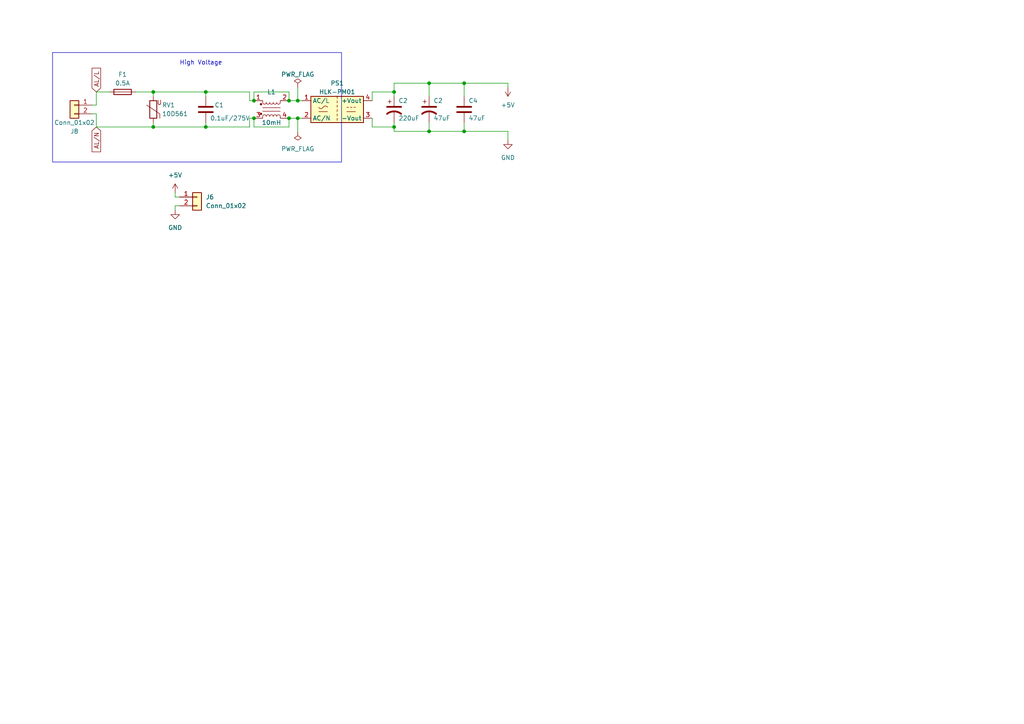
<source format=kicad_sch>
(kicad_sch (version 20230121) (generator eeschema)
  (paper "A4")
  (title_block (title "AC to DC"))
  (lib_symbols
    (symbol "Connector_Generic:Conn_01x02" (pin_names (offset 1.016) hide)
      (property "Reference" "J" (at 0 2.54 0))
      (property "Value" "Conn_01x02" (at 0 -5.08 0))
      (symbol "Conn_01x02_1_1"
        (rectangle (start -1.27 -2.413) (end 0 -2.667) (stroke (width 0.1524)))
        (rectangle (start -1.27 0.127) (end 0 -0.127) (stroke (width 0.1524)))
        (rectangle (start -1.27 1.27) (end 1.27 -3.81) (stroke (width 0.254)) (fill (type background)))
        (pin passive line (at -5.08 0 0) (length 3.81) (name "Pin_1") (number "1"))
        (pin passive line (at -5.08 -2.54 0) (length 3.81) (name "Pin_2") (number "2"))
      )
    )
    (symbol "Device:C" (pin_numbers hide) (pin_names (offset 0.254))
      (property "Reference" "C" (at 0.635 2.54 0))
      (property "Value" "C" (at 0.635 -2.54 0))
      (symbol "C_0_1"
        (polyline (pts (xy -2.032 -0.762) (xy 2.032 -0.762)) (stroke (width 0.508)))
        (polyline (pts (xy -2.032 0.762) (xy 2.032 0.762)) (stroke (width 0.508)))
      )
      (symbol "C_1_1"
        (pin passive line (at 0 3.81 270) (length 2.794) (name "~") (number "1"))
        (pin passive line (at 0 -3.81 90) (length 2.794) (name "~") (number "2"))
      )
    )
    (symbol "Device:C_Polarized_US" (pin_numbers hide) (pin_names (offset 0.254) hide)
      (property "Reference" "C" (at 0.635 2.54 0))
      (property "Value" "C_Polarized_US" (at 0.635 -2.54 0))
      (symbol "C_Polarized_US_0_1"
        (polyline (pts (xy -2.032 0.762) (xy 2.032 0.762)) (stroke (width 0.508)))
        (polyline (pts (xy -1.778 2.286) (xy -0.762 2.286)))
        (polyline (pts (xy -1.27 1.778) (xy -1.27 2.794)))
        (arc (start 2.032 -1.27) (mid 0 -0.5572) (end -2.032 -1.27) (stroke (width 0.508)))
      )
      (symbol "C_Polarized_US_1_1"
        (pin passive line (at 0 3.81 270) (length 2.794) (name "~") (number "1"))
        (pin passive line (at 0 -3.81 90) (length 3.302) (name "~") (number "2"))
      )
    )
    (symbol "Device:Fuse" (pin_numbers hide) (pin_names (offset 0))
      (property "Reference" "F" (at 2.032 0 90))
      (property "Value" "Fuse" (at -1.905 0 90))
      (symbol "Fuse_0_1"
        (rectangle (start -0.762 -2.54) (end 0.762 2.54) (stroke (width 0.254)))
        (polyline (pts (xy 0 2.54) (xy 0 -2.54)))
      )
      (symbol "Fuse_1_1"
        (pin passive line (at 0 3.81 270) (length 1.27) (name "~") (number "1"))
        (pin passive line (at 0 -3.81 90) (length 1.27) (name "~") (number "2"))
      )
    )
    (symbol "Device:L_Iron_Coupled" (pin_names (offset 0.254) hide)
      (property "Reference" "L" (at 0 4.445 0))
      (property "Value" "L_Iron_Coupled" (at 0 -4.445 0))
      (symbol "L_Iron_Coupled_0_1"
        (circle (center -3.048 -1.27) (radius 0.254) (fill (type outline)))
        (circle (center -3.048 1.524) (radius 0.254) (fill (type outline)))
        (arc (start -2.54 2.032) (mid -2.032 1.5262) (end -1.524 2.032))
        (arc (start -1.524 -2.032) (mid -2.032 -1.5262) (end -2.54 -2.032))
        (arc (start -1.524 2.032) (mid -1.016 1.5262) (end -0.508 2.032))
        (arc (start -0.508 -2.032) (mid -1.016 -1.5262) (end -1.524 -2.032))
        (arc (start -0.508 2.032) (mid 0 1.5262) (end 0.508 2.032))
        (polyline (pts (xy -2.54 -2.032) (xy -2.54 -2.54)))
        (polyline (pts (xy -2.54 0.508) (xy 2.54 0.508)))
        (polyline (pts (xy -2.54 2.032) (xy -2.54 2.54)))
        (polyline (pts (xy 2.54 -2.032) (xy 2.54 -2.54)))
        (polyline (pts (xy 2.54 -0.508) (xy -2.54 -0.508)))
        (polyline (pts (xy 2.54 2.54) (xy 2.54 2.032)))
        (arc (start 0.508 -2.032) (mid 0 -1.5262) (end -0.508 -2.032))
        (arc (start 0.508 2.032) (mid 1.016 1.5262) (end 1.524 2.032))
        (arc (start 1.524 -2.032) (mid 1.016 -1.5262) (end 0.508 -2.032))
        (arc (start 1.524 2.032) (mid 2.032 1.5262) (end 2.54 2.032))
        (arc (start 2.54 -2.032) (mid 2.032 -1.5262) (end 1.524 -2.032))
      )
      (symbol "L_Iron_Coupled_1_1"
        (pin passive line (at -5.08 2.54 0) (length 2.54) (name "1") (number "1"))
        (pin passive line (at 5.08 2.54 180) (length 2.54) (name "2") (number "2"))
        (pin passive line (at -5.08 -2.54 0) (length 2.54) (name "3") (number "3"))
        (pin passive line (at 5.08 -2.54 180) (length 2.54) (name "4") (number "4"))
      )
    )
    (symbol "Device:Varistor" (pin_numbers hide) (pin_names (offset 0))
      (property "Reference" "RV" (at 3.175 0 90))
      (property "Value" "Varistor" (at -3.175 0 90))
      (symbol "Varistor_0_0"
        (text "U" (at -1.778 -2.032 0) (effects (font (size 1.27 1.27))))
      )
      (symbol "Varistor_0_1"
        (rectangle (start -1.016 -2.54) (end 1.016 2.54) (stroke (width 0.254)))
        (polyline (pts (xy -1.905 2.54) (xy -1.905 1.27) (xy 1.905 -1.27)))
      )
      (symbol "Varistor_1_1"
        (pin passive line (at 0 3.81 270) (length 1.27) (name "~") (number "1"))
        (pin passive line (at 0 -3.81 90) (length 1.27) (name "~") (number "2"))
      )
    )
    (symbol "ProjectLibrary:HLK-10Mxx"
      (property "Reference" "PS" (at 0 5.08 0))
      (property "Value" "HLK-PM01" (at 0 -5.08 0))
      (symbol "HLK-10Mxx_0_1"
        (rectangle (start -7.62 3.81) (end 7.62 -3.81) (stroke (width 0.254)) (fill (type background)))
        (arc (start -5.334 0.635) (mid -4.699 0.2495) (end -4.064 0.635))
        (arc (start -2.794 0.635) (mid -3.429 1.0072) (end -4.064 0.635))
        (polyline (pts (xy -5.334 -0.635) (xy -2.794 -0.635)))
        (polyline (pts (xy 0 -2.54) (xy 0 -3.175)))
        (polyline (pts (xy 0 -1.27) (xy 0 -1.905)))
        (polyline (pts (xy 0 0) (xy 0 -0.635)))
        (polyline (pts (xy 0 1.27) (xy 0 0.635)))
        (polyline (pts (xy 0 2.54) (xy 0 1.905)))
        (polyline (pts (xy 0 3.81) (xy 0 3.175)))
        (polyline (pts (xy 2.794 -0.635) (xy 5.334 -0.635)))
        (polyline (pts (xy 2.794 0.635) (xy 3.302 0.635)))
        (polyline (pts (xy 3.81 0.635) (xy 4.318 0.635)))
        (polyline (pts (xy 4.826 0.635) (xy 5.334 0.635)))
      )
      (symbol "HLK-10Mxx_1_1"
        (pin power_in line (at -10.16 2.54 0) (length 2.54) (name "AC/L") (number "1"))
        (pin power_in line (at -10.16 -2.54 0) (length 2.54) (name "AC/N") (number "2"))
        (pin power_out line (at 10.16 -2.54 180) (length 2.54) (name "-Vout") (number "3"))
        (pin power_out line (at 10.16 2.54 180) (length 2.54) (name "+Vout") (number "4"))
      )
    )
    (symbol "power:+5V" (power) (pin_names (offset 0))
      (property "Value" "+5V" (at 0 3.556 0))
      (symbol "+5V_0_1"
        (polyline (pts (xy -0.762 1.27) (xy 0 2.54)))
        (polyline (pts (xy 0 0) (xy 0 2.54)))
        (polyline (pts (xy 0 2.54) (xy 0.762 1.27)))
      )
      (symbol "+5V_1_1"
        (pin power_in line (at 0 0 90) (length 0) hide (name "+5V") (number "1"))
      )
    )
    (symbol "power:GND" (power) (pin_names (offset 0))
      (property "Value" "GND" (at 0 -3.81 0))
      (symbol "GND_0_1"
        (polyline (pts (xy 0 0) (xy 0 -1.27) (xy 1.27 -1.27) (xy 0 -2.54) (xy -1.27 -1.27) (xy 0 -1.27)))
      )
      (symbol "GND_1_1"
        (pin power_in line (at 0 0 270) (length 0) hide (name "GND") (number "1"))
      )
    )
    (symbol "power:PWR_FLAG" (power) (pin_numbers hide) (pin_names (offset 0) hide)
      (property "Value" "PWR_FLAG" (at 0 3.81 0))
      (symbol "PWR_FLAG_0_0"
        (pin power_out line (at 0 0 90) (length 0) (name "pwr") (number "1"))
      )
      (symbol "PWR_FLAG_0_1"
        (polyline (pts (xy 0 0) (xy 0 1.27) (xy -1.016 1.905) (xy 0 2.54) (xy 1.016 1.905) (xy 0 1.27)))
      )
    )
  )
  (junction (at 114.3 36.83))
  (junction (at 86.36 34.29))
  (junction (at 73.66 34.29))
  (junction (at 134.62 38.1))
  (junction (at 86.36 29.21))
  (junction (at 83.82 34.29))
  (junction (at 44.45 36.83))
  (junction (at 73.66 29.21))
  (junction (at 59.69 36.83))
  (junction (at 83.82 29.21))
  (junction (at 44.45 26.67))
  (junction (at 134.62 24.13))
  (junction (at 124.46 38.1))
  (junction (at 59.69 26.67))
  (junction (at 124.46 24.13))
  (junction (at 114.3 26.67))
  (wire (pts (xy 83.82 34.29) (xy 83.82 36.83)))
  (wire (pts (xy 114.3 35.56) (xy 114.3 36.83)))
  (wire (pts (xy 134.62 38.1) (xy 124.46 38.1)))
  (wire (pts (xy 72.39 26.67) (xy 59.69 26.67)))
  (wire (pts (xy 27.94 36.83) (xy 27.94 33.02)))
  (wire (pts (xy 73.66 36.83) (xy 83.82 36.83)))
  (wire (pts (xy 27.94 26.67) (xy 31.75 26.67)))
  (wire (pts (xy 147.32 25.4) (xy 147.32 24.13)))
  (wire (pts (xy 107.95 36.83) (xy 107.95 34.29)))
  (wire (pts (xy 73.66 29.21) (xy 73.66 26.67)))
  (wire (pts (xy 72.39 36.83) (xy 59.69 36.83)))
  (wire (pts (xy 107.95 26.67) (xy 107.95 29.21)))
  (wire (pts (xy 59.69 27.94) (xy 59.69 26.67)))
  (wire (pts (xy 50.8 55.88) (xy 50.8 57.15)))
  (wire (pts (xy 73.66 26.67) (xy 83.82 26.67)))
  (wire (pts (xy 86.36 38.1) (xy 86.36 34.29)))
  (wire (pts (xy 86.36 34.29) (xy 87.63 34.29)))
  (wire (pts (xy 27.94 30.48) (xy 26.67 30.48)))
  (wire (pts (xy 44.45 36.83) (xy 59.69 36.83)))
  (wire (pts (xy 114.3 38.1) (xy 114.3 36.83)))
  (wire (pts (xy 73.66 34.29) (xy 73.66 36.83)))
  (wire (pts (xy 50.8 57.15) (xy 52.07 57.15)))
  (wire (pts (xy 147.32 38.1) (xy 134.62 38.1)))
  (wire (pts (xy 124.46 35.56) (xy 124.46 38.1)))
  (wire (pts (xy 114.3 24.13) (xy 114.3 26.67)))
  (wire (pts (xy 83.82 26.67) (xy 83.82 29.21)))
  (wire (pts (xy 72.39 29.21) (xy 73.66 29.21)))
  (wire (pts (xy 72.39 34.29) (xy 73.66 34.29)))
  (wire (pts (xy 59.69 35.56) (xy 59.69 36.83)))
  (wire (pts (xy 124.46 24.13) (xy 114.3 24.13)))
  (wire (pts (xy 44.45 35.56) (xy 44.45 36.83)))
  (wire (pts (xy 134.62 24.13) (xy 134.62 27.94)))
  (wire (pts (xy 114.3 27.94) (xy 114.3 26.67)))
  (wire (pts (xy 72.39 26.67) (xy 72.39 29.21)))
  (wire (pts (xy 134.62 35.56) (xy 134.62 38.1)))
  (wire (pts (xy 86.36 29.21) (xy 87.63 29.21)))
  (wire (pts (xy 134.62 24.13) (xy 124.46 24.13)))
  (wire (pts (xy 50.8 59.69) (xy 52.07 59.69)))
  (wire (pts (xy 114.3 26.67) (xy 107.95 26.67)))
  (wire (pts (xy 26.67 33.02) (xy 27.94 33.02)))
  (wire (pts (xy 147.32 40.64) (xy 147.32 38.1)))
  (wire (pts (xy 44.45 36.83) (xy 27.94 36.83)))
  (wire (pts (xy 114.3 36.83) (xy 107.95 36.83)))
  (wire (pts (xy 124.46 24.13) (xy 124.46 27.94)))
  (wire (pts (xy 147.32 24.13) (xy 134.62 24.13)))
  (wire (pts (xy 44.45 26.67) (xy 44.45 27.94)))
  (wire (pts (xy 83.82 34.29) (xy 86.36 34.29)))
  (wire (pts (xy 27.94 26.67) (xy 27.94 30.48)))
  (wire (pts (xy 86.36 25.4) (xy 86.36 29.21)))
  (wire (pts (xy 83.82 29.21) (xy 86.36 29.21)))
  (wire (pts (xy 72.39 34.29) (xy 72.39 36.83)))
  (wire (pts (xy 50.8 60.96) (xy 50.8 59.69)))
  (wire (pts (xy 39.37 26.67) (xy 44.45 26.67)))
  (wire (pts (xy 44.45 26.67) (xy 59.69 26.67)))
  (wire (pts (xy 124.46 38.1) (xy 114.3 38.1)))
  (rectangle (start 15.24 15.24) (end 99.06 46.99))
  (text "High Voltage" (at 52.07 19.05 0) (effects (font (size 1.27 1.27)) (justify left bottom)))
  (global_label "AL{slash}N" (shape input) (at 27.94 36.83 270) (property "Intersheetrefs" "${INTERSHEET_REFS}" (effects hide)))
  (global_label "AL{slash}L" (shape input) (at 27.94 26.67 90) (property "Intersheetrefs" "${INTERSHEET_REFS}" (effects hide)))
  (symbol (lib_id "power:GND") (at 50.8 60.96 0) (unit 1)
    (property "Reference" "#PWR0103" (effects hide))
    (property "Value" "GND" (at 50.8 66.04 0))
    (instances (project "AquariumController" (path "" (reference "#PWR0103") (unit 1)) (path "" (reference "#PWR017") (unit 1))) (project "XIAO-ESP32C3-aquarium-controller" (path "" (reference "#PWR039") (unit 1))))
  )
  (symbol (lib_id "Connector_Generic:Conn_01x02") (at 57.15 57.15 0) (unit 1) (in_bom no)
    (property "Reference" "J6" (at 59.69 57.15 0) (effects (justify left)))
    (property "Value" "Conn_01x02" (at 59.69 59.69 0) (effects (justify left)))
    (property "Footprint" "Connector_PinHeader_2.54mm:PinHeader_1x02_P2.54mm_Vertical" (effects hide))
  )
  (symbol (lib_id "Device:Varistor") (at 44.45 31.75 180) (unit 1) (in_bom no)
    (property "Reference" "RV1" (at 46.99 30.48 0) (effects (justify right)))
    (property "Value" "10D561" (at 46.99 33.02 0) (effects (justify right)))
    (property "Footprint" "Varistor:RV_Disc_D12mm_W3.9mm_P7.5mm" (effects hide))
    (property "Sim.Name" "kicad_builtin_varistor" (effects hide))
    (property "Sim.Device" "SUBCKT" (effects hide))
    (property "Sim.Pins" "1=A 2=B" (effects hide))
    (property "Sim.Params" "threshold=1k" (effects hide))
    (property "Sim.Library" "${KICAD7_SYMBOL_DIR}/Simulation_SPICE.sp" (effects hide))
  )
  (symbol (lib_id "power:+5V") (at 50.8 55.88 0) (unit 1)
    (property "Reference" "#PWR0102" (effects hide))
    (property "Value" "+5V" (at 50.8 50.8 0))
    (instances (project "AquariumController" (path "" (reference "#PWR0102") (unit 1)) (path "" (reference "#PWR016") (unit 1))) (project "XIAO-ESP32C3-aquarium-controller" (path "" (reference "#PWR040") (unit 1))))
  )
  (symbol (lib_id "Device:Fuse") (at 35.56 26.67 90) (unit 1) (in_bom no)
    (property "Reference" "F1" (at 35.56 21.59 90))
    (property "Value" "0.5A" (at 35.56 24.13 90))
    (property "Footprint" "ProjectLibrary:Fuse" (effects hide))
  )
  (symbol (lib_id "Device:L_Iron_Coupled") (at 78.74 31.75 0) (unit 1) (in_bom no) (on_board no)
    (property "Reference" "L1" (at 78.74 26.67 0))
    (property "Value" "10mH" (at 78.74 35.56 0))
    (property "Footprint" "ProjectLibrary:Inductor Common Choke UU9.8 7X8MM" (effects hide))
    (property "Sim.Enable" "0" (effects hide))
  )
  (symbol (lib_id "ProjectLibrary:HLK-10Mxx") (at 97.79 31.75 0) (unit 1) (in_bom no)
    (property "Reference" "PS1" (at 97.79 24.13 0))
    (property "Value" "HLK-PM01" (at 97.79 26.67 0))
    (property "Footprint" "ProjectLibrary:Converter_ACDC_HiLink_HLK-10Mxx" (effects hide))
    (property "Datasheet" "http://www.hlktech.net/product_detail.php?ProId=54" (effects hide))
  )
  (symbol (lib_id "Connector_Generic:Conn_01x02") (at 21.59 30.48 0) (mirror y) (unit 1) (in_bom no)
    (property "Reference" "J8" (at 21.59 38.1 0))
    (property "Value" "Conn_01x02" (at 21.59 35.56 0))
    (property "Footprint" "TerminalBlock_Phoenix:TerminalBlock_Phoenix_MKDS-1,5-2-5.08_1x02_P5.08mm_Horizontal" (effects hide))
    (instances (project "AquariumController" (path "" (reference "J8") (unit 1))) (project "XIAO-ESP32C3-aquarium-controller" (path "" (reference "J1") (unit 1))))
  )
  (symbol (lib_id "Device:C_Polarized_US") (at 114.3 31.75 0) (unit 1) (in_bom no)
    (property "Reference" "C2" (at 115.57 29.21 0) (effects (justify left)))
    (property "Value" "220uF" (at 115.57 34.29 0) (effects (justify left)))
    (property "Footprint" "Capacitor_THT:CP_Radial_D6.3mm_P2.50mm" (effects hide))
  )
  (symbol (lib_id "power:PWR_FLAG") (at 86.36 38.1 180) (unit 1)
    (property "Reference" "#FLG0101" (effects hide))
    (property "Value" "PWR_FLAG" (at 86.36 43.18 0))
    (instances (project "AquariumController" (path "" (reference "#FLG0101") (unit 1)) (path "" (reference "#FLG05") (unit 1))) (project "XIAO-ESP32C3-aquarium-controller" (path "" (reference "#FLG02") (unit 1))))
  )
  (symbol (lib_id "power:PWR_FLAG") (at 86.36 25.4 0) (unit 1)
    (property "Reference" "#FLG0101" (effects hide))
    (property "Value" "PWR_FLAG" (at 86.36 21.59 0))
    (instances (project "AquariumController" (path "" (reference "#FLG0101") (unit 1)) (path "" (reference "#FLG04") (unit 1))) (project "XIAO-ESP32C3-aquarium-controller" (path "" (reference "#FLG01") (unit 1))))
  )
  (symbol (lib_id "power:GND") (at 147.32 40.64 0) (unit 1)
    (property "Reference" "#PWR0103" (effects hide))
    (property "Value" "GND" (at 147.32 45.72 0))
    (instances (project "AquariumController" (path "" (reference "#PWR0103") (unit 1)) (path "" (reference "#PWR017") (unit 1))) (project "XIAO-ESP32C3-aquarium-controller" (path "" (reference "#PWR02") (unit 1))))
  )
  (symbol (lib_id "Device:C_Polarized_US") (at 124.46 31.75 0) (unit 1)
    (property "Reference" "C2" (at 125.73 29.21 0) (effects (justify left)))
    (property "Value" "47uF" (at 125.73 34.29 0) (effects (justify left)))
    (property "Footprint" "Capacitor_SMD:C_1206_3216Metric" (effects hide))
    (property "JLCPCB Part #" "C96123" (effects hide))
    (instances (project "AquariumController" (path "" (reference "C2") (unit 1))) (project "XIAO-ESP32C3-aquarium-controller" (path "" (reference "C3") (unit 1))))
  )
  (symbol (lib_id "power:+5V") (at 147.32 25.4 180) (unit 1)
    (property "Reference" "#PWR0102" (effects hide))
    (property "Value" "+5V" (at 147.32 30.48 0))
    (instances (project "AquariumController" (path "" (reference "#PWR0102") (unit 1)) (path "" (reference "#PWR016") (unit 1))) (project "XIAO-ESP32C3-aquarium-controller" (path "" (reference "#PWR01") (unit 1))))
  )
  (symbol (lib_id "Device:C") (at 134.62 31.75 0) (unit 1)
    (property "Reference" "C4" (at 135.89 29.21 0) (effects (justify left)))
    (property "Value" "47uF" (at 135.89 34.29 0) (effects (justify left)))
    (property "Footprint" "Capacitor_SMD:C_1206_3216Metric" (effects hide))
    (property "JLCPCB Part #" "C96123" (effects hide))
  )
  (symbol (lib_id "Device:C") (at 59.69 31.75 0) (unit 1) (in_bom no) (on_board no)
    (property "Reference" "C1" (at 62.23 30.48 0) (effects (justify left)))
    (property "Value" "0.1uF/275V" (at 60.96 34.29 0) (effects (justify left)))
    (property "Footprint" "Capacitor_THT:C_Rect_L13.0mm_W5.0mm_P10.00mm_FKS3_FKP3_MKS4" (effects hide))
  )
)
</source>
